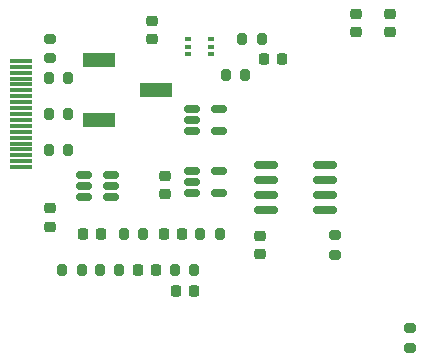
<source format=gbr>
%TF.GenerationSoftware,KiCad,Pcbnew,(6.0.4-0)*%
%TF.CreationDate,2023-05-29T12:52:23-05:00*%
%TF.ProjectId,voltage_sense,766f6c74-6167-4655-9f73-656e73652e6b,rev?*%
%TF.SameCoordinates,Original*%
%TF.FileFunction,Paste,Top*%
%TF.FilePolarity,Positive*%
%FSLAX46Y46*%
G04 Gerber Fmt 4.6, Leading zero omitted, Abs format (unit mm)*
G04 Created by KiCad (PCBNEW (6.0.4-0)) date 2023-05-29 12:52:23*
%MOMM*%
%LPD*%
G01*
G04 APERTURE LIST*
G04 Aperture macros list*
%AMRoundRect*
0 Rectangle with rounded corners*
0 $1 Rounding radius*
0 $2 $3 $4 $5 $6 $7 $8 $9 X,Y pos of 4 corners*
0 Add a 4 corners polygon primitive as box body*
4,1,4,$2,$3,$4,$5,$6,$7,$8,$9,$2,$3,0*
0 Add four circle primitives for the rounded corners*
1,1,$1+$1,$2,$3*
1,1,$1+$1,$4,$5*
1,1,$1+$1,$6,$7*
1,1,$1+$1,$8,$9*
0 Add four rect primitives between the rounded corners*
20,1,$1+$1,$2,$3,$4,$5,0*
20,1,$1+$1,$4,$5,$6,$7,0*
20,1,$1+$1,$6,$7,$8,$9,0*
20,1,$1+$1,$8,$9,$2,$3,0*%
G04 Aperture macros list end*
%ADD10RoundRect,0.150000X-0.512500X-0.150000X0.512500X-0.150000X0.512500X0.150000X-0.512500X0.150000X0*%
%ADD11RoundRect,0.200000X-0.200000X-0.275000X0.200000X-0.275000X0.200000X0.275000X-0.200000X0.275000X0*%
%ADD12RoundRect,0.150000X0.825000X0.150000X-0.825000X0.150000X-0.825000X-0.150000X0.825000X-0.150000X0*%
%ADD13RoundRect,0.225000X0.250000X-0.225000X0.250000X0.225000X-0.250000X0.225000X-0.250000X-0.225000X0*%
%ADD14RoundRect,0.225000X-0.250000X0.225000X-0.250000X-0.225000X0.250000X-0.225000X0.250000X0.225000X0*%
%ADD15RoundRect,0.200000X0.200000X0.275000X-0.200000X0.275000X-0.200000X-0.275000X0.200000X-0.275000X0*%
%ADD16RoundRect,0.200000X0.275000X-0.200000X0.275000X0.200000X-0.275000X0.200000X-0.275000X-0.200000X0*%
%ADD17R,0.600000X0.420000*%
%ADD18RoundRect,0.225000X-0.225000X-0.250000X0.225000X-0.250000X0.225000X0.250000X-0.225000X0.250000X0*%
%ADD19R,1.900000X0.300000*%
%ADD20RoundRect,0.200000X-0.275000X0.200000X-0.275000X-0.200000X0.275000X-0.200000X0.275000X0.200000X0*%
%ADD21RoundRect,0.225000X0.225000X0.250000X-0.225000X0.250000X-0.225000X-0.250000X0.225000X-0.250000X0*%
%ADD22R,2.790000X1.190000*%
G04 APERTURE END LIST*
%TO.C,J4*%
G36*
X9070600Y24503900D02*
G01*
X7749800Y24503900D01*
X7749800Y24681700D01*
X9070600Y24681700D01*
X9070600Y24503900D01*
G37*
G36*
X9070600Y20998700D02*
G01*
X7749800Y20998700D01*
X7749800Y21176500D01*
X9070600Y21176500D01*
X9070600Y20998700D01*
G37*
G36*
X9045200Y21989300D02*
G01*
X7724400Y21989300D01*
X7724400Y22167100D01*
X9045200Y22167100D01*
X9045200Y21989300D01*
G37*
G36*
X9070600Y27501100D02*
G01*
X7749800Y27501100D01*
X7749800Y27678900D01*
X9070600Y27678900D01*
X9070600Y27501100D01*
G37*
G36*
X9045200Y22979900D02*
G01*
X7724400Y22979900D01*
X7724400Y23157700D01*
X9045200Y23157700D01*
X9045200Y22979900D01*
G37*
G36*
X9070600Y26002500D02*
G01*
X7749800Y26002500D01*
X7749800Y26180300D01*
X9070600Y26180300D01*
X9070600Y26002500D01*
G37*
G36*
X9070600Y19500100D02*
G01*
X7749800Y19500100D01*
X7749800Y19677900D01*
X9070600Y19677900D01*
X9070600Y19500100D01*
G37*
G36*
X9045200Y23487900D02*
G01*
X7724400Y23487900D01*
X7724400Y23665700D01*
X9045200Y23665700D01*
X9045200Y23487900D01*
G37*
G36*
X9070600Y26485100D02*
G01*
X7749800Y26485100D01*
X7749800Y26662900D01*
X9070600Y26662900D01*
X9070600Y26485100D01*
G37*
G36*
X9070600Y26993100D02*
G01*
X7749800Y26993100D01*
X7749800Y27170900D01*
X9070600Y27170900D01*
X9070600Y26993100D01*
G37*
G36*
X9045200Y24986500D02*
G01*
X7724400Y24986500D01*
X7724400Y25164300D01*
X9045200Y25164300D01*
X9045200Y24986500D01*
G37*
G36*
X9070600Y18992100D02*
G01*
X7749800Y18992100D01*
X7749800Y19169900D01*
X9070600Y19169900D01*
X9070600Y18992100D01*
G37*
G36*
X9045200Y21506700D02*
G01*
X7724400Y21506700D01*
X7724400Y21684500D01*
X9045200Y21684500D01*
X9045200Y21506700D01*
G37*
G36*
X9045200Y18484100D02*
G01*
X7724400Y18484100D01*
X7724400Y18661900D01*
X9045200Y18661900D01*
X9045200Y18484100D01*
G37*
G36*
X9070600Y20008100D02*
G01*
X7749800Y20008100D01*
X7749800Y20185900D01*
X9070600Y20185900D01*
X9070600Y20008100D01*
G37*
G36*
X9096000Y23995900D02*
G01*
X7775200Y23995900D01*
X7775200Y24173700D01*
X9096000Y24173700D01*
X9096000Y23995900D01*
G37*
G36*
X9070600Y20490700D02*
G01*
X7749800Y20490700D01*
X7749800Y20668500D01*
X9070600Y20668500D01*
X9070600Y20490700D01*
G37*
G36*
X9070600Y25494500D02*
G01*
X7749800Y25494500D01*
X7749800Y25672300D01*
X9070600Y25672300D01*
X9070600Y25494500D01*
G37*
G36*
X9070600Y22497300D02*
G01*
X7749800Y22497300D01*
X7749800Y22675100D01*
X9070600Y22675100D01*
X9070600Y22497300D01*
G37*
%TD*%
D10*
%TO.C,U3*%
X22738500Y18285500D03*
X22738500Y17335500D03*
X22738500Y16385500D03*
X25013500Y16385500D03*
X25013500Y18285500D03*
%TD*%
D11*
%TO.C,R10*%
X16955000Y12921500D03*
X18605000Y12921500D03*
%TD*%
D12*
%TO.C,U2*%
X33971000Y14922500D03*
X33971000Y16192500D03*
X33971000Y17462500D03*
X33971000Y18732500D03*
X29021000Y18732500D03*
X29021000Y17462500D03*
X29021000Y16192500D03*
X29021000Y14922500D03*
%TD*%
D11*
%TO.C,R13*%
X25591000Y26383500D03*
X27241000Y26383500D03*
%TD*%
D13*
%TO.C,C6*%
X39497000Y30022500D03*
X39497000Y31572500D03*
%TD*%
%TO.C,C7*%
X28448000Y11226500D03*
X28448000Y12776500D03*
%TD*%
D11*
%TO.C,R4*%
X10605000Y20033500D03*
X12255000Y20033500D03*
%TD*%
D14*
%TO.C,C31*%
X10668000Y15093500D03*
X10668000Y13543500D03*
%TD*%
D11*
%TO.C,R6*%
X23432000Y12921500D03*
X25082000Y12921500D03*
%TD*%
D13*
%TO.C,C8*%
X20447000Y16306500D03*
X20447000Y17856500D03*
%TD*%
D15*
%TO.C,R66*%
X22923000Y9842500D03*
X21273000Y9842500D03*
%TD*%
D16*
%TO.C,R71*%
X41148000Y3302500D03*
X41148000Y4952500D03*
%TD*%
D13*
%TO.C,C32*%
X36576000Y30022500D03*
X36576000Y31572500D03*
%TD*%
D15*
%TO.C,R16*%
X16573000Y9842500D03*
X14923000Y9842500D03*
%TD*%
D17*
%TO.C,U4*%
X22418000Y29446500D03*
X22418000Y28796500D03*
X22418000Y28146500D03*
X24318000Y28146500D03*
X24318000Y28796500D03*
X24318000Y29446500D03*
%TD*%
D10*
%TO.C,IC1*%
X13594500Y17935500D03*
X13594500Y16985500D03*
X13594500Y16035500D03*
X15869500Y16035500D03*
X15869500Y16985500D03*
X15869500Y17935500D03*
%TD*%
D18*
%TO.C,C11*%
X20357800Y12921500D03*
X21907800Y12921500D03*
%TD*%
D11*
%TO.C,R11*%
X26988000Y29431500D03*
X28638000Y29431500D03*
%TD*%
D19*
%TO.C,J4*%
X8268000Y18585500D03*
X8268000Y19085500D03*
X8268000Y19585500D03*
X8268000Y20085500D03*
X8268000Y20585500D03*
X8268000Y21085500D03*
X8268000Y21585500D03*
X8268000Y22085500D03*
X8268000Y22585500D03*
X8268000Y23085500D03*
X8268000Y23585500D03*
X8268000Y24085500D03*
X8268000Y24585500D03*
X8268000Y25085500D03*
X8268000Y25585500D03*
X8268000Y26085500D03*
X8268000Y26585500D03*
X8268000Y27085500D03*
X8268000Y27585500D03*
%TD*%
D10*
%TO.C,U1*%
X22738500Y23523500D03*
X22738500Y22573500D03*
X22738500Y21623500D03*
X25013500Y21623500D03*
X25013500Y23523500D03*
%TD*%
D20*
%TO.C,R1*%
X10668000Y29463500D03*
X10668000Y27813500D03*
%TD*%
D16*
%TO.C,R12*%
X34798000Y11176500D03*
X34798000Y12826500D03*
%TD*%
D15*
%TO.C,R18*%
X12255000Y23081500D03*
X10605000Y23081500D03*
%TD*%
D21*
%TO.C,C19*%
X22873000Y8064500D03*
X21323000Y8064500D03*
%TD*%
D18*
%TO.C,C12*%
X13449000Y12921500D03*
X14999000Y12921500D03*
%TD*%
D22*
%TO.C,RV1*%
X14857000Y27653500D03*
X19687000Y25113500D03*
X14857000Y22573500D03*
%TD*%
D21*
%TO.C,C10*%
X30366000Y27780500D03*
X28816000Y27780500D03*
%TD*%
D15*
%TO.C,R15*%
X13398000Y9842500D03*
X11748000Y9842500D03*
%TD*%
%TO.C,R2*%
X12255000Y26129500D03*
X10605000Y26129500D03*
%TD*%
D21*
%TO.C,C5*%
X19698000Y9842500D03*
X18148000Y9842500D03*
%TD*%
D14*
%TO.C,C1*%
X19304000Y30968500D03*
X19304000Y29418500D03*
%TD*%
M02*

</source>
